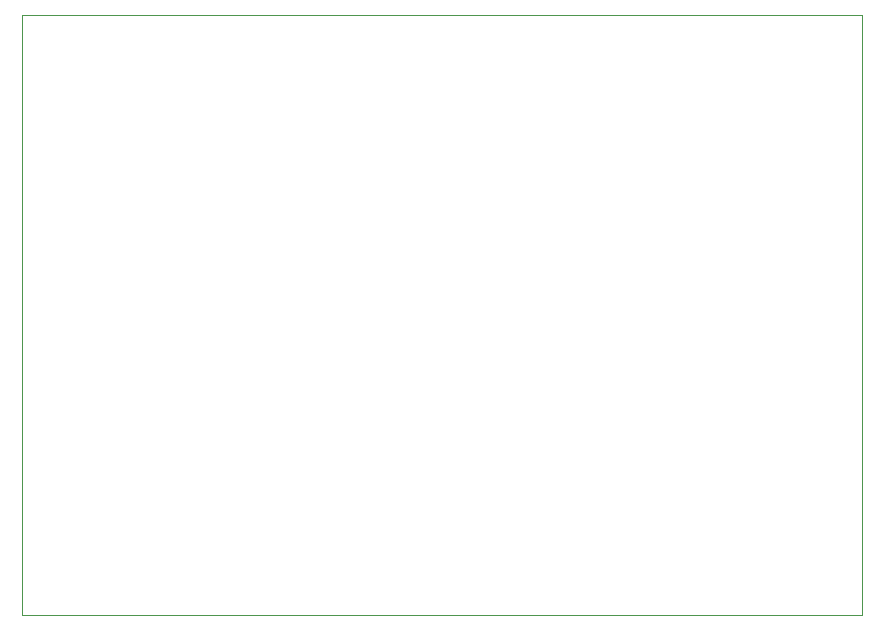
<source format=gbr>
%TF.GenerationSoftware,KiCad,Pcbnew,8.0.7*%
%TF.CreationDate,2024-12-29T04:50:49+01:00*%
%TF.ProjectId,TeteDeLit,54657465-4465-44c6-9974-2e6b69636164,rev?*%
%TF.SameCoordinates,Original*%
%TF.FileFunction,Profile,NP*%
%FSLAX46Y46*%
G04 Gerber Fmt 4.6, Leading zero omitted, Abs format (unit mm)*
G04 Created by KiCad (PCBNEW 8.0.7) date 2024-12-29 04:50:49*
%MOMM*%
%LPD*%
G01*
G04 APERTURE LIST*
%TA.AperFunction,Profile*%
%ADD10C,0.100000*%
%TD*%
G04 APERTURE END LIST*
D10*
X127000000Y-76200000D02*
X198120000Y-76200000D01*
X198120000Y-127000000D01*
X127000000Y-127000000D01*
X127000000Y-76200000D01*
M02*

</source>
